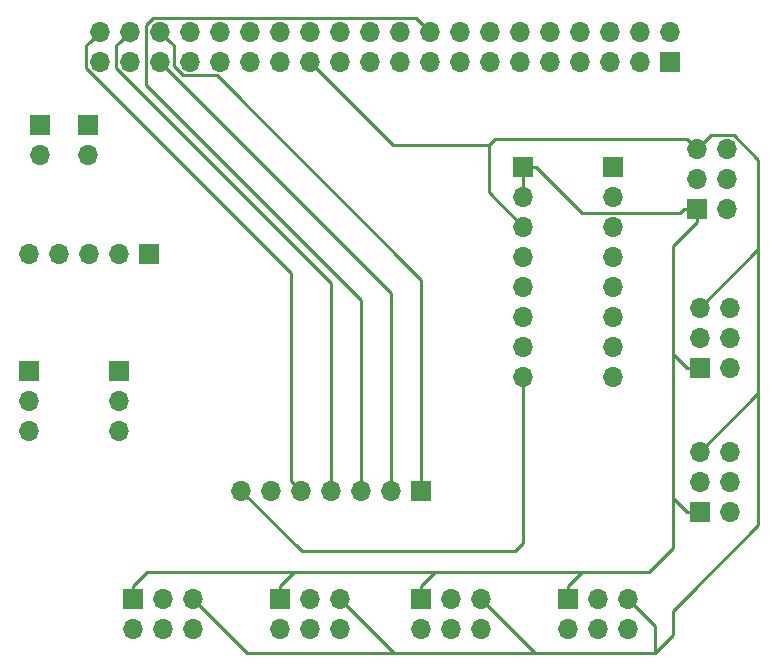
<source format=gbr>
G04 #@! TF.GenerationSoftware,KiCad,Pcbnew,(5.1.0)-1*
G04 #@! TF.CreationDate,2019-11-04T20:34:32+09:00*
G04 #@! TF.ProjectId,PakeOtiKun,50616b65-4f74-4694-9b75-6e2e6b696361,1*
G04 #@! TF.SameCoordinates,Original*
G04 #@! TF.FileFunction,Copper,L1,Top*
G04 #@! TF.FilePolarity,Positive*
%FSLAX46Y46*%
G04 Gerber Fmt 4.6, Leading zero omitted, Abs format (unit mm)*
G04 Created by KiCad (PCBNEW (5.1.0)-1) date 2019-11-04 20:34:32*
%MOMM*%
%LPD*%
G04 APERTURE LIST*
%ADD10R,1.700000X1.700000*%
%ADD11O,1.700000X1.700000*%
%ADD12C,0.250000*%
G04 APERTURE END LIST*
D10*
X163576000Y-101346000D03*
D11*
X166116000Y-101346000D03*
X163576000Y-98806000D03*
X166116000Y-98806000D03*
X163576000Y-96266000D03*
X166116000Y-96266000D03*
D10*
X116916200Y-91694000D03*
D11*
X114376200Y-91694000D03*
X111836200Y-91694000D03*
X109296200Y-91694000D03*
X106756200Y-91694000D03*
D10*
X139954000Y-111760000D03*
D11*
X137414000Y-111760000D03*
X134874000Y-111760000D03*
X132334000Y-111760000D03*
X129794000Y-111760000D03*
X127254000Y-111760000D03*
X124714000Y-111760000D03*
X166116000Y-108458000D03*
X163576000Y-108458000D03*
X166116000Y-110998000D03*
X163576000Y-110998000D03*
X166116000Y-113538000D03*
D10*
X163576000Y-113538000D03*
X152400000Y-120904000D03*
D11*
X152400000Y-123444000D03*
X154940000Y-120904000D03*
X154940000Y-123444000D03*
X157480000Y-120904000D03*
X157480000Y-123444000D03*
X145034000Y-123444000D03*
X145034000Y-120904000D03*
X142494000Y-123444000D03*
X142494000Y-120904000D03*
X139954000Y-123444000D03*
D10*
X139954000Y-120904000D03*
X128016000Y-120904000D03*
D11*
X128016000Y-123444000D03*
X130556000Y-120904000D03*
X130556000Y-123444000D03*
X133096000Y-120904000D03*
X133096000Y-123444000D03*
X120650000Y-123444000D03*
X120650000Y-120904000D03*
X118110000Y-123444000D03*
X118110000Y-120904000D03*
X115570000Y-123444000D03*
D10*
X115570000Y-120904000D03*
D11*
X165862000Y-82804000D03*
X163322000Y-82804000D03*
X165862000Y-85344000D03*
X163322000Y-85344000D03*
X165862000Y-87884000D03*
D10*
X163322000Y-87884000D03*
X111734600Y-80772000D03*
D11*
X111734600Y-83312000D03*
X107696000Y-83312000D03*
D10*
X107696000Y-80772000D03*
D11*
X155956000Y-72898000D03*
X158496000Y-75438000D03*
X143256000Y-75438000D03*
X143256000Y-72898000D03*
X158496000Y-72898000D03*
X155956000Y-75438000D03*
X161036000Y-72898000D03*
D10*
X161036000Y-75438000D03*
D11*
X133096000Y-75438000D03*
X133096000Y-72898000D03*
X148336000Y-75438000D03*
X148336000Y-72898000D03*
X128016000Y-75438000D03*
X128016000Y-72898000D03*
X145796000Y-75438000D03*
X145796000Y-72898000D03*
X150876000Y-75438000D03*
X150876000Y-72898000D03*
X138176000Y-75438000D03*
X138176000Y-72898000D03*
X115316000Y-75438000D03*
X115316000Y-72898000D03*
X120396000Y-75438000D03*
X120396000Y-72898000D03*
X117856000Y-75438000D03*
X117856000Y-72898000D03*
X140716000Y-75438000D03*
X140716000Y-72898000D03*
X122936000Y-75438000D03*
X122936000Y-72898000D03*
X153416000Y-75438000D03*
X153416000Y-72898000D03*
X125476000Y-75438000D03*
X125476000Y-72898000D03*
X135636000Y-75438000D03*
X135636000Y-72898000D03*
X130556000Y-75438000D03*
X130556000Y-72898000D03*
X112776000Y-75438000D03*
X112776000Y-72898000D03*
D10*
X106730800Y-101650800D03*
D11*
X106730800Y-104190800D03*
X106730800Y-106730800D03*
X114350800Y-104190800D03*
D10*
X114350800Y-101650800D03*
D11*
X114350800Y-106730800D03*
X148590000Y-86868000D03*
X148590000Y-99568000D03*
D10*
X148590000Y-84328000D03*
D11*
X148590000Y-94488000D03*
X148590000Y-97028000D03*
X148590000Y-102108000D03*
X148590000Y-89408000D03*
X148590000Y-91948000D03*
X156210000Y-102108000D03*
X156210000Y-99568000D03*
X156210000Y-97028000D03*
X156210000Y-94488000D03*
X156210000Y-91948000D03*
X156210000Y-89408000D03*
X156210000Y-86868000D03*
D10*
X156210000Y-84328000D03*
D12*
X111785400Y-80721200D02*
X111734600Y-80772000D01*
X139954000Y-111760000D02*
X139954000Y-93903800D01*
X118705999Y-73747999D02*
X117856000Y-72898000D01*
X119031001Y-74073001D02*
X118705999Y-73747999D01*
X119031001Y-75812003D02*
X119031001Y-74073001D01*
X119831999Y-76613001D02*
X119031001Y-75812003D01*
X122663201Y-76613001D02*
X119831999Y-76613001D01*
X139954000Y-93903800D02*
X122663201Y-76613001D01*
X137414000Y-94996000D02*
X137414000Y-111760000D01*
X137414000Y-94996000D02*
X117856000Y-75438000D01*
X139540999Y-71722999D02*
X139866001Y-72048001D01*
X139866001Y-72048001D02*
X140716000Y-72898000D01*
X117291999Y-71722999D02*
X139540999Y-71722999D01*
X116680999Y-72333999D02*
X117291999Y-71722999D01*
X116680999Y-77459179D02*
X116680999Y-72333999D01*
X134874000Y-95652180D02*
X116680999Y-77459179D01*
X134874000Y-111760000D02*
X134874000Y-95652180D01*
X132334000Y-110557919D02*
X132334000Y-111760000D01*
X115316000Y-72898000D02*
X115316000Y-73698998D01*
X114466001Y-73747999D02*
X115316000Y-72898000D01*
X114140999Y-74073001D02*
X114466001Y-73747999D01*
X114140999Y-76002001D02*
X114140999Y-74073001D01*
X132334000Y-94195002D02*
X114140999Y-76002001D01*
X132334000Y-111760000D02*
X132334000Y-94195002D01*
X111926001Y-73747999D02*
X112776000Y-72898000D01*
X111600999Y-74073001D02*
X111926001Y-73747999D01*
X111600999Y-76002001D02*
X111600999Y-74073001D01*
X128944001Y-93345003D02*
X111600999Y-76002001D01*
X128944001Y-110910001D02*
X128944001Y-93345003D01*
X129794000Y-111760000D02*
X128944001Y-110910001D01*
X129844800Y-116890800D02*
X124714000Y-111760000D01*
X147929600Y-116890800D02*
X129844800Y-116890800D01*
X148590000Y-102108000D02*
X148590000Y-116230400D01*
X148590000Y-116230400D02*
X147929600Y-116890800D01*
X163322000Y-88984000D02*
X161290000Y-91016000D01*
X163322000Y-87884000D02*
X163322000Y-88984000D01*
X162476000Y-101346000D02*
X163576000Y-101346000D01*
X161290000Y-100160000D02*
X162476000Y-101346000D01*
X161290000Y-91016000D02*
X161290000Y-100160000D01*
X162476000Y-113538000D02*
X163576000Y-113538000D01*
X161290000Y-112352000D02*
X162476000Y-113538000D01*
X161290000Y-100160000D02*
X161290000Y-112352000D01*
X152400000Y-119804000D02*
X152400000Y-120904000D01*
X153586000Y-118618000D02*
X152400000Y-119804000D01*
X139954000Y-119804000D02*
X139954000Y-120904000D01*
X141140000Y-118618000D02*
X139954000Y-119804000D01*
X153586000Y-118618000D02*
X141140000Y-118618000D01*
X128016000Y-119804000D02*
X128016000Y-120904000D01*
X129202000Y-118618000D02*
X128016000Y-119804000D01*
X141140000Y-118618000D02*
X129202000Y-118618000D01*
X115570000Y-119804000D02*
X115570000Y-120904000D01*
X116756000Y-118618000D02*
X115570000Y-119804000D01*
X129202000Y-118618000D02*
X116756000Y-118618000D01*
X162222000Y-87884000D02*
X163322000Y-87884000D01*
X161873001Y-88232999D02*
X162222000Y-87884000D01*
X153594999Y-88232999D02*
X161873001Y-88232999D01*
X148590000Y-84328000D02*
X149690000Y-84328000D01*
X148590000Y-85665919D02*
X148590000Y-84328000D01*
X148590000Y-86868000D02*
X148590000Y-85665919D01*
X157988000Y-118618000D02*
X153586000Y-118618000D01*
X159258000Y-118618000D02*
X157988000Y-118618000D01*
X161290000Y-112352000D02*
X161290000Y-116586000D01*
X161290000Y-116586000D02*
X159258000Y-118618000D01*
X149690000Y-84328000D02*
X153594999Y-88232999D01*
X163322000Y-82804000D02*
X164497001Y-81628999D01*
X168529000Y-103505000D02*
X163576000Y-108458000D01*
X168529000Y-91313000D02*
X168529000Y-103505000D01*
X168529000Y-91313000D02*
X163576000Y-96266000D01*
X168529000Y-103505000D02*
X168529000Y-114681000D01*
X159766000Y-123190000D02*
X157480000Y-120904000D01*
X149606000Y-125476000D02*
X145034000Y-120904000D01*
X159766000Y-125476000D02*
X149606000Y-125476000D01*
X159766000Y-125476000D02*
X159766000Y-123190000D01*
X137668000Y-125476000D02*
X133096000Y-120904000D01*
X149606000Y-125476000D02*
X137668000Y-125476000D01*
X125222000Y-125476000D02*
X120650000Y-120904000D01*
X137668000Y-125476000D02*
X125222000Y-125476000D01*
X161290000Y-123952000D02*
X159766000Y-125476000D01*
X168529000Y-114681000D02*
X162560000Y-120650000D01*
X162560000Y-120650000D02*
X161290000Y-121920000D01*
X161290000Y-121920000D02*
X161290000Y-123952000D01*
X145694400Y-86512400D02*
X148590000Y-89408000D01*
X145694400Y-82501002D02*
X145694400Y-86512400D01*
X146241401Y-81954001D02*
X145694400Y-82501002D01*
X163322000Y-82804000D02*
X162472001Y-81954001D01*
X162472001Y-81954001D02*
X146241401Y-81954001D01*
X137619002Y-82501002D02*
X130556000Y-75438000D01*
X145694400Y-82501002D02*
X137619002Y-82501002D01*
X166426001Y-81628999D02*
X164497001Y-81628999D01*
X168529000Y-83731998D02*
X166426001Y-81628999D01*
X168529000Y-91313000D02*
X168529000Y-83731998D01*
M02*

</source>
